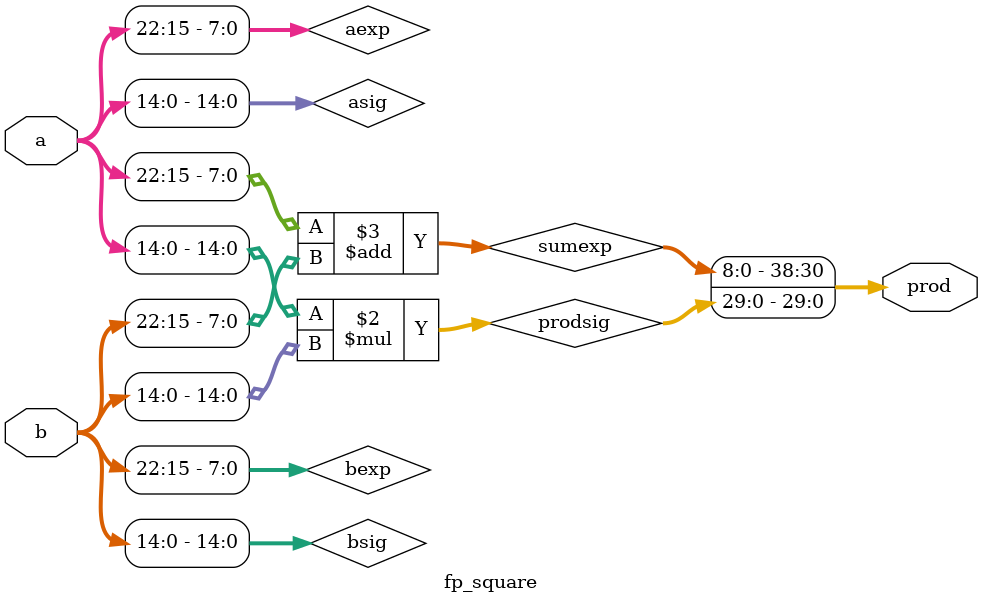
<source format=v>
/* 

Floating point multiplier implementation.

This is the multiplier in the ALU. There are
2 instances of this module, each taking an
24 bit word fp input and outputting
its square.

We ignore the sign bit since the square of a number
is always positive.

Input
-----
- a: 24 bit word
	- 8 bit exponent field
	- 15 bit significand field
	- 1 bit sign field

When we add multiply fp nums, the exponent fields are added
and the mantissa fields are multiplied.

Output
------
- prod: 39 bit word
	- 9 bit exponent field
	- 30 bit significand field
*/

module fp_square(prod, a, b);
	input 	[23:0] 	a, b; 
	output 	[38:0] 	prod;
	
	reg 	[8:0]	sumexp;
	reg 	[29:0]	prodsig;

	reg 	[14:0]  asig, bsig;
	reg 	[7:0]  	aexp, bexp;
	
	// to assign the output
	assign prod[38:30] = sumexp;
	assign prod[29:0] = prodsig;

	// to compute product
	always @(a or b) begin
		// break operand into exponent and signficand
		// get rid of sign bit
		aexp = a[22:15];	bexp = b[22:15];
		asig = a[14:0];		bsig = b[14:0];

		// compute product
		prodsig = asig * bsig;
		sumexp = aexp + bexp;
	end
endmodule

</source>
